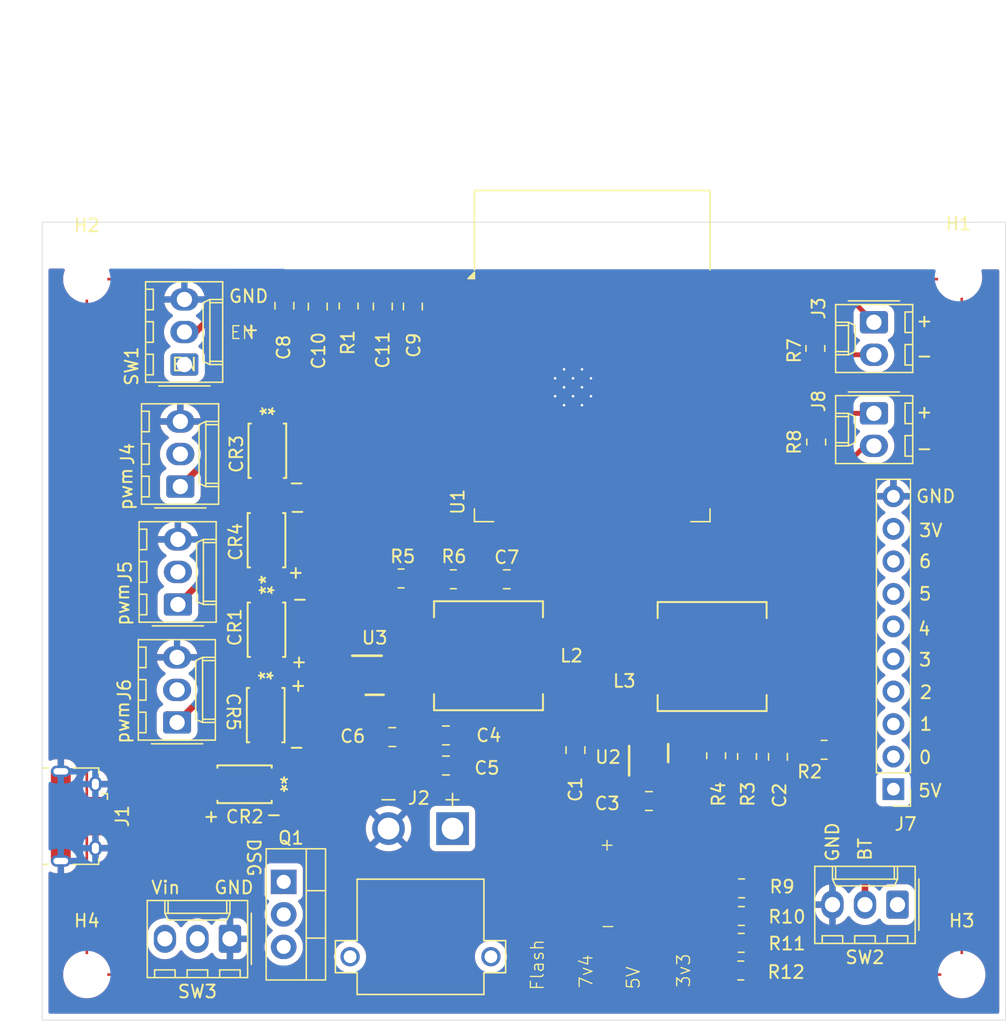
<source format=kicad_pcb>
(kicad_pcb (version 20240108) (generator "pcbnew") (generator_version "8.0")
  (layers (0 "F.Cu" signal) (31 "B.Cu" signal) (34 "B.Paste" user) (35 "F.Paste" user) (36 "B.SilkS" user "B.Silkscreen") (37 "F.SilkS" user "F.Silkscreen") (38 "B.Mask" user) (39 "F.Mask" user) (44 "Edge.Cuts" user))
  (net 0 "")
  (net 1 "+3.3V")
  (net 2 "Net-(3v3LED1-K)")
  (net 3 "+5V")
  (net 4 "Net-(5VLED1-K)")
  (net 5 "+7.5V")
  (net 6 "Net-(7V4LED1-K)")
  (net 7 "GND")
  (net 8 "Net-(U2-SW)")
  (net 9 "Net-(U2-VBST)")
  (net 10 "Net-(U3-VBST)")
  (net 11 "Net-(U3-SW)")
  (net 12 "/5VBuckOut")
  (net 13 "/EN")
  (net 14 "/USB_VDD")
  (net 15 "Net-(FlashLED1-K)")
  (net 16 "/D+")
  (net 17 "/D-")
  (net 18 "/Vin")
  (net 19 "/LED1")
  (net 20 "Net-(J3-Pin_2)")
  (net 21 "/pwm1")
  (net 22 "/pwm2")
  (net 23 "/pwm3")
  (net 24 "/IO0")
  (net 25 "/IO3")
  (net 26 "/IO2")
  (net 27 "/IO6")
  (net 28 "/IO4")
  (net 29 "/IO5")
  (net 30 "/IO1")
  (net 31 "/LED2")
  (net 32 "Net-(J8-Pin_2)")
  (net 33 "Net-(Q1-G)")
  (net 34 "Net-(SW2-B)")
  (net 35 "/Boot")
  (net 36 "Net-(U2-VFB)")
  (net 37 "Net-(U3-VFB)")
  (footprint "Resistor_SMD:R_0805_2012Metric_Pad1.20x1.40mm_HandSolder" (layer "F.Cu") (at 122.4915 32.2625 -90)
    (property "Reference" "R1" (at 2.853 0.0635 90) (layer "F.SilkS"))
    (property "Value" "10k")
    (pad "1" smd roundrect (at -1 0 270) (size 1.2 1.4) (layers "F.Cu" "F.Paste" "F.Mask") (roundrect_rratio 0.208333) (net 1 "+3.3V"))
    (pad "2" smd roundrect (at 1 0 270) (size 1.2 1.4) (layers "F.Cu" "F.Paste" "F.Mask") (roundrect_rratio 0.208333) (net 13 "/EN"))
  )
  (footprint "Resistor_SMD:R_0805_2012Metric_Pad1.20x1.40mm_HandSolder" (layer "F.Cu") (at 159.004 42.8785 90)
    (property "Reference" "R8" (at 0 -1.7145 90) (layer "F.SilkS"))
    (property "Value" "100")
    (pad "1" smd roundrect (at -1 0 90) (size 1.2 1.4) (layers "F.Cu" "F.Paste" "F.Mask") (roundrect_rratio 0.208333) (net 32 "Net-(J8-Pin_2)"))
    (pad "2" smd roundrect (at 1 0 90) (size 1.2 1.4) (layers "F.Cu" "F.Paste" "F.Mask") (roundrect_rratio 0.208333) (net 7 "GND"))
  )
  (footprint "LED_SMD:Gullwing_LED" (layer "F.Cu") (at 140.97 77.594 90)
    (property "Reference" "7v4" (at -6.607 0.0635 90) (layer "F.SilkS") (effects (font (thickness 0.1))))
    (property "Value" "LED")
    (pad "1" smd roundrect (at -1.775 0 90) (size 0.85 0.7) (layers "F.Cu" "F.Paste" "F.Mask") (net 6 "Net-(7V4LED1-K)"))
    (pad "2" smd roundrect (at 1.775 0 90) (size 0.85 0.6) (layers "F.Cu" "F.Paste" "F.Mask") (net 5 "+7.5V"))
  )
  (footprint "Resistor_SMD:R_0805_2012Metric_Pad1.20x1.40mm_HandSolder" (layer "F.Cu") (at 153.162 79.883)
    (property "Reference" "R10" (at 3.556 0.0635 360) (layer "F.SilkS"))
    (property "Value" "140")
    (pad "1" smd roundrect (at -1 0) (size 1.2 1.4) (layers "F.Cu" "F.Paste" "F.Mask") (roundrect_rratio 0.208333) (net 4 "Net-(5VLED1-K)"))
    (pad "2" smd roundrect (at 1 0) (size 1.2 1.4) (layers "F.Cu" "F.Paste" "F.Mask") (roundrect_rratio 0.208333) (net 7 "GND"))
  )
  (footprint "Resistor_SMD:R_0805_2012Metric_Pad1.20x1.40mm_HandSolder" (layer "F.Cu") (at 158.9405 35.576 90)
    (property "Reference" "R7" (at -0.1745 -1.651 90) (layer "F.SilkS"))
    (property "Value" "100")
    (pad "1" smd roundrect (at -1 0 90) (size 1.2 1.4) (layers "F.Cu" "F.Paste" "F.Mask") (roundrect_rratio 0.208333) (net 20 "Net-(J3-Pin_2)"))
    (pad "2" smd roundrect (at 1 0 90) (size 1.2 1.4) (layers "F.Cu" "F.Paste" "F.Mask") (roundrect_rratio 0.208333) (net 7 "GND"))
  )
  (footprint "Connector_Molex:Molex_KK-254_AE-6410-03A_1x03_P2.54mm_Vertical" (layer "F.Cu") (at 109.6645 36.83 90)
    (property "Reference" "SW1" (at -0.127 -4.12 90) (layer "F.SilkS"))
    (property "Value" "Enable Switch" (hide yes))
    (property "Field5" "GND" (at 5.334 5.0165 0) (layer "F.SilkS"))
    (property "Field6" "EN" (at 0 0 0) (layer "F.SilkS"))
    (pad "1" thru_hole roundrect (at 0 0 90) (size 1.74 2.19) (drill 1.19) (layers "*.Cu" "*.Mask") (roundrect_rratio 0.143678))
    (pad "2" thru_hole oval (at 2.54 0 90) (size 1.74 2.19) (drill 1.19) (layers "*.Cu" "*.Mask") (net 13 "/EN"))
    (pad "3" thru_hole oval (at 5.08 0 90) (size 1.74 2.19) (drill 1.19) (layers "*.Cu" "*.Mask") (net 7 "GND"))
  )
  (footprint "Resistor_SMD:R_0805_2012Metric_Pad1.20x1.40mm_HandSolder" (layer "F.Cu") (at 126.587 53.5305)
    (property "Reference" "R5" (at 0.127 -1.7145 0) (layer "F.SilkS"))
    (property "Value" "60k")
    (pad "1" smd roundrect (at -1 0) (size 1.2 1.4) (layers "F.Cu" "F.Paste" "F.Mask") (roundrect_rratio 0.208333) (net 12 "/5VBuckOut"))
    (pad "2" smd roundrect (at 1 0) (size 1.2 1.4) (layers "F.Cu" "F.Paste" "F.Mask") (roundrect_rratio 0.208333) (net 37 "Net-(U3-VFB)"))
  )
  (footprint "MountingHole:MountingHole_3.2mm_M3" (layer "F.Cu") (at 170.1165 30.0355)
    (property "Reference" "H1" (at 0 -4.2 0) (layer "F.SilkS"))
    (property "Value" "MountingHole" (hide yes))
    (pad "" np_thru_hole circle (at 0 0) (size 3.2 3.2) (drill 3.2) (layers "*.Cu" "*.Mask"))
  )
  (footprint "Capacitor_SMD:C_0805_2012Metric_Pad1.18x1.45mm_HandSolder" (layer "F.Cu") (at 125.1585 32.3 90)
    (property "Reference" "C11" (at -3.387 0 90) (layer "F.SilkS"))
    (property "Value" "10uF")
    (pad "1" smd roundrect (at -1.0375 0 90) (size 1.175 1.45) (layers "F.Cu" "F.Paste" "F.Mask") (roundrect_rratio 0.212766) (net 1 "+3.3V"))
    (pad "2" smd roundrect (at 1.0375 0 90) (size 1.175 1.45) (layers "F.Cu" "F.Paste" "F.Mask") (roundrect_rratio 0.212766) (net 7 "GND"))
  )
  (footprint "Connector_Molex:Molex_KK-254_AE-6410-02A_1x02_P2.54mm_Vertical" (layer "F.Cu") (at 163.5125 40.64 -90)
    (property "Reference" "J8" (at -0.9525 4.318 90) (layer "F.SilkS"))
    (property "Value" "LEDIO2" (hide yes))
    (property "+" "+" (at -0.127 -3.937 0) (layer "F.SilkS"))
    (property "_" "-" (at 2.7305 -3.937 0) (layer "F.SilkS"))
    (pad "1" thru_hole roundrect (at 0 0 270) (size 1.74 2.19) (drill 1.19) (layers "*.Cu" "*.Mask") (roundrect_rratio 0.143678) (net 31 "/LED2"))
    (pad "2" thru_hole oval (at 2.54 0 270) (size 1.74 2.19) (drill 1.19) (layers "*.Cu" "*.Mask") (net 32 "Net-(J8-Pin_2)"))
  )
  (footprint "Capacitor_SMD:C_0805_2012Metric_Pad1.18x1.45mm_HandSolder" (layer "F.Cu") (at 130.09 68.1355)
    (property "Reference" "C5" (at 3.1965 0.1905 0) (layer "F.SilkS"))
    (property "Value" "10uF")
    (pad "1" smd roundrect (at -1.0375 0) (size 1.175 1.45) (layers "F.Cu" "F.Paste" "F.Mask") (roundrect_rratio 0.212766) (net 5 "+7.5V"))
    (pad "2" smd roundrect (at 1.0375 0) (size 1.175 1.45) (layers "F.Cu" "F.Paste" "F.Mask") (roundrect_rratio 0.212766) (net 7 "GND"))
  )
  (footprint "Personal:IND_IHLP-3232DZ_VIS" (layer "F.Cu") (at 133.4135 59.563)
    (property "Reference" "L2" (at 6.477 0 0) (layer "F.SilkS"))
    (property "Value" "IHLP3232DZER3R3M01")
    (pad "1" smd rect (at -3.6195 0) (size 2.413 5.334) (layers "F.Cu" "F.Paste" "F.Mask") (net 12 "/5VBuckOut"))
    (pad "2" smd rect (at 3.6195 0) (size 2.413 5.334) (layers "F.Cu" "F.Paste" "F.Mask") (net 11 "Net-(U3-SW)"))
  )
  (footprint "Personal:DDC0006A_N" (layer "F.Cu") (at 145.920501 67.160999 90)
    (property "Reference" "U2" (at -0.3175 -3.175 0) (layer "F.SilkS"))
    (property "Value" "TPS562201DDCR")
    (pad "1" smd rect (at -1.375001 -0.950001 180) (size 0.599999 1) (layers "F.Cu" "F.Paste" "F.Mask") (net 7 "GND"))
    (pad "2" smd rect (at -1.375001 0 180) (size 0.599999 1) (layers "F.Cu" "F.Paste" "F.Mask") (net 8 "Net-(U2-SW)"))
    (pad "3" smd rect (at -1.375001 0.949998 180) (size 0.599999 1) (layers "F.Cu" "F.Paste" "F.Mask") (net 3 "+5V"))
    (pad "4" smd rect (at 1.374999 0.949998 180) (size 0.599999 1) (layers "F.Cu" "F.Paste" "F.Mask") (net 36 "Net-(U2-VFB)"))
    (pad "5" smd rect (at 1.374999 0 180) (size 0.599999 1) (layers "F.Cu" "F.Paste" "F.Mask") (net 3 "+5V"))
    (pad "6" smd rect (at 1.374999 -0.950001 180) (size 0.599999 1) (layers "F.Cu" "F.Paste" "F.Mask") (net 9 "Net-(U2-VBST)"))
  )
  (footprint "Capacitor_SMD:C_0805_2012Metric_Pad1.18x1.45mm_HandSolder" (layer "F.Cu") (at 120.0785 32.3 90)
    (property "Reference" "C10" (at -3.4505 0.0635 90) (layer "F.SilkS"))
    (property "Value" "1uF")
    (pad "1" smd roundrect (at -1.0375 0 90) (size 1.175 1.45) (layers "F.Cu" "F.Paste" "F.Mask") (roundrect_rratio 0.212766) (net 13 "/EN"))
    (pad "2" smd roundrect (at 1.0375 0 90) (size 1.175 1.45) (layers "F.Cu" "F.Paste" "F.Mask") (roundrect_rratio 0.212766) (net 7 "GND"))
  )
  (footprint "Connector_Molex:Molex_KK-254_AE-6410-03A_1x03_P2.54mm_Vertical" (layer "F.Cu") (at 109.093 64.77 90)
    (property "Reference" "J6" (at 2.54 -4.12 90) (layer "F.SilkS"))
    (property "Value" "Servo3")
    (property "Field5" "pwm" (at 0 -4.2545 90) (layer "F.SilkS"))
    (pad "1" thru_hole roundrect (at 0 0 90) (size 1.74 2.19) (drill 1.19) (layers "*.Cu" "*.Mask") (roundrect_rratio 0.143678) (net 23 "/pwm3"))
    (pad "2" thru_hole oval (at 2.54 0 90) (size 1.74 2.19) (drill 1.19) (layers "*.Cu" "*.Mask") (net 3 "+5V"))
    (pad "3" thru_hole oval (at 5.08 0 90) (size 1.74 2.19) (drill 1.19) (layers "*.Cu" "*.Mask") (net 7 "GND"))
  )
  (footprint "LED_SMD:Gullwing_LED" (layer "F.Cu") (at 148.7805 77.6 90)
    (property "Reference" "3v3" (at -6.5375 -0.127 90) (layer "F.SilkS") (effects (font (thickness 0.1))))
    (property "Value" "LED")
    (pad "1" smd roundrect (at -1.775 0 90) (size 0.85 0.7) (layers "F.Cu" "F.Paste" "F.Mask") (net 2 "Net-(3v3LED1-K)"))
    (pad "2" smd roundrect (at 1.775 0 90) (size 0.85 0.6) (layers "F.Cu" "F.Paste" "F.Mask") (net 1 "+3.3V"))
  )
  (footprint "MountingHole:MountingHole_3.2mm_M3" (layer "F.Cu") (at 102.0445 30.1625)
    (property "Reference" "H2" (at 0 -4.2 0) (layer "F.SilkS"))
    (property "Value" "MountingHole" (hide yes))
    (pad "" np_thru_hole circle (at 0 0) (size 3.2 3.2) (drill 3.2) (layers "*.Cu" "*.Mask"))
  )
  (footprint "Connector_Molex:Molex_KK-254_AE-6410-03A_1x03_P2.54mm_Vertical" (layer "F.Cu") (at 109.347 46.355 90)
    (property "Reference" "J4" (at 2.54 -4.12 90) (layer "F.SilkS"))
    (property "Value" "Servo1")
    (property "Field5" "pwm" (at -0.1905 -4.2545 90) (layer "F.SilkS"))
    (pad "1" thru_hole roundrect (at 0 0 90) (size 1.74 2.19) (drill 1.19) (layers "*.Cu" "*.Mask") (roundrect_rratio 0.143678) (net 21 "/pwm1"))
    (pad "2" thru_hole oval (at 2.54 0 90) (size 1.74 2.19) (drill 1.19) (layers "*.Cu" "*.Mask") (net 3 "+5V"))
    (pad "3" thru_hole oval (at 5.08 0 90) (size 1.74 2.19) (drill 1.19) (layers "*.Cu" "*.Mask") (net 7 "GND"))
  )
  (footprint "Capacitor_SMD:C_0805_2012Metric_Pad1.18x1.45mm_HandSolder" (layer "F.Cu") (at 130.09 65.786)
    (property "Reference" "C4" (at 3.344 0 0) (layer "F.SilkS"))
    (property "Value" "100nF")
    (pad "1" smd roundrect (at -1.0375 0) (size 1.175 1.45) (layers "F.Cu" "F.Paste" "F.Mask") (roundrect_rratio 0.212766) (net 5 "+7.5V"))
    (pad "2" smd roundrect (at 1.0375 0) (size 1.175 1.45) (layers "F.Cu" "F.Paste" "F.Mask") (roundrect_rratio 0.212766) (net 7 "GND"))
  )
  (footprint "Resistor_SMD:R_0805_2012Metric_Pad1.20x1.40mm_HandSolder" (layer "F.Cu") (at 153.146 81.9785)
    (property "Reference" "R11" (at 3.572 0.0635 360) (layer "F.SilkS"))
    (property "Value" "260")
    (pad "1" smd roundrect (at -1 0) (size 1.2 1.4) (layers "F.Cu" "F.Paste" "F.Mask") (roundrect_rratio 0.208333) (net 6 "Net-(7V4LED1-K)"))
    (pad "2" smd roundrect (at 1 0) (size 1.2 1.4) (layers "F.Cu" "F.Paste" "F.Mask") (roundrect_rratio 0.208333) (net 7 "GND"))
  )
  (footprint "Connector_Molex:Molex_KK-254_AE-6410-03A_1x03_P2.54mm_Vertical" (layer "F.Cu") (at 113.2205 81.661 180)
    (property "Reference" "SW3" (at 2.54 -4.12 360) (layer "F.SilkS"))
    (property "Value" "On/Off")
    (property "Field5" "Vin" (at 5.0165 4.0005 0) (layer "F.SilkS"))
    (property "Field6" "GND" (at -0.3175 4.0005 0) (layer "F.SilkS"))
    (pad "1" thru_hole roundrect (at 0 0 180) (size 1.74 2.19) (drill 1.19) (layers "*.Cu" "*.Mask") (roundrect_rratio 0.143678) (net 7 "GND"))
    (pad "2" thru_hole oval (at 2.54 0 180) (size 1.74 2.19) (drill 1.19) (layers "*.Cu" "*.Mask") (net 33 "Net-(Q1-G)"))
    (pad "3" thru_hole oval (at 5.08 0 180) (size 1.74 2.19) (drill 1.19) (layers "*.Cu" "*.Mask") (net 18 "/Vin"))
  )
  (footprint "Personal:SDO_CFP5_SOD128_NEX" (layer "F.Cu") (at 116.078 50.546 90)
    (property "Reference" "CR4" (at -0.127 -2.413 90) (layer "F.SilkS"))
    (property "Value" "Flyback2")
    (property "Field5" "+" (at -2.4765 2.286 0) (layer "F.SilkS"))
    (property "Field6" "-" (at 2.286 2.413 0) (layer "F.SilkS"))
    (fp_text user "*" (at -3.0861 0 90) (layer "F.SilkS"))
    (fp_text user "*" (at -3.0861 0 90) (layer "F.SilkS"))
    (pad "1" smd rect (at -2.2987 0 90) (size 0.8128 1.905) (layers "F.Cu" "F.Paste" "F.Mask") (net 3 "+5V"))
    (pad "2" smd rect (at 2.2987 0 90) (size 0.8128 1.905) (layers "F.Cu" "F.Paste" "F.Mask") (net 7 "GND"))
    (zone (net 0) (net_name "") (layer "F.Cu") (connect_pads (clearance 0)) (min_thickness 0.254)
      (keepout (tracks not_allowed) (vias not_allowed) (pads allowed) (copperpour not_allowed) (footprints allowed))
      (fill (thermal_gap 0.508) (thermal_bridge_width 0.508))
      (polygon (pts (xy 114.7826 52.3875) (xy 114.7826 48.7045) (xy 117.3734 48.7045) (xy 117.3734 52.3875)))
    )
  )
  (footprint "Connector_Molex:Molex_KK-254_AE-6410-02A_1x02_P2.54mm_Vertical" (layer "F.Cu") (at 163.5125 33.528 -90)
    (property "Reference" "J3" (at -1.0795 4.318 90) (layer "F.SilkS"))
    (property "Value" "LEDIO1")
    (property "-" "-" (at 2.6035 -3.937 0) (layer "F.SilkS"))
    (property "+" "+" (at -0.127 -3.937 0) (layer "F.SilkS"))
    (pad "1" thru_hole roundrect (at 0 0 270) (size 1.74 2.19) (drill 1.19) (layers "*.Cu" "*.Mask") (roundrect_rratio 0.143678) (net 19 "/LED1"))
    (pad "2" thru_hole oval (at 2.54 0 270) (size 1.74 2.19) (drill 1.19) (layers "*.Cu" "*.Mask") (net 20 "Net-(J3-Pin_2)"))
  )
  (footprint "Capacitor_SMD:C_0805_2012Metric_Pad1.18x1.45mm_HandSolder" (layer "F.Cu") (at 145.942001 70.907499 180)
    (property "Reference" "C3" (at 3.26 -0.1905 360) (layer "F.SilkS"))
    (property "Value" "100nF")
    (pad "1" smd roundrect (at -1.0375 0 180) (size 1.175 1.45) (layers "F.Cu" "F.Paste" "F.Mask") (roundrect_rratio 0.212766) (net 8 "Net-(U2-SW)"))
    (pad "2" smd roundrect (at 1.0375 0 180) (size 1.175 1.45) (layers "F.Cu" "F.Paste" "F.Mask") (roundrect_rratio 0.212766) (net 9 "Net-(U2-VBST)"))
  )
  (footprint "Resistor_SMD:R_0805_2012Metric_Pad1.20x1.40mm_HandSolder" (layer "F.Cu") (at 151.191001 67.367499 -90)
    (property "Reference" "R4" (at 3.0005 -0.1905 90) (layer "F.SilkS"))
    (property "Value" "10k")
    (pad "1" smd roundrect (at -1 0 270) (size 1.2 1.4) (layers "F.Cu" "F.Paste" "F.Mask") (roundrect_rratio 0.208333) (net 36 "Net-(U2-VFB)"))
    (pad "2" smd roundrect (at 1 0 270) (size 1.2 1.4) (layers "F.Cu" "F.Paste" "F.Mask") (roundrect_rratio 0.208333) (net 7 "GND"))
  )
  (footprint "Connector_PinHeader_2.54mm:PinHeader_1x10_P2.54mm_Vertical" (layer "F.Cu") (at 165.0365 69.977 180)
    (property "Reference" "J7" (at -0.9525 -2.7305 360) (layer "F.SilkS"))
    (property "Value" "Extra GPIO")
    (property "5V" "5V" (at -2.8575 -0.127 0) (layer "F.SilkS"))
    (property "Field6" "3V" (at -2.921 20.193 0) (layer "F.SilkS"))
    (property "Field7" "GND" (at -3.302 22.86 0) (layer "F.SilkS"))
    (property "Field8" "0" (at -2.4765 2.4765 0) (layer "F.SilkS"))
    (property "Field9" "1" (at -2.54 5.08 0) (layer "F.SilkS"))
    (property "Field10" "2" (at -2.54 7.5565 0) (layer "F.SilkS"))
    (property "Field11" "3" (at -2.4765 10.0965 0) (layer "F.SilkS"))
    (property "Field12" "4" (at -2.413 12.5095 0) (layer "F.SilkS"))
    (property "Field13" "5" (at -2.4765 15.24 0) (layer "F.SilkS"))
    (property "Field14" "6" (at -2.4765 17.78 0) (layer "F.SilkS"))
    (pad "1" thru_hole rect (at 0 0 180) (size 1.7 1.7) (drill 1) (layers "*.Cu" "*.Mask") (net 3 "+5V"))
    (pad "2" thru_hole oval (at 0 2.54 180) (size 1.7 1.7) (drill 1) (layers "*.Cu" "*.Mask") (net 24 "/IO0"))
    (pad "3" thru_hole oval (at 0 5.08 180) (size 1.7 1.7) (drill 1) (layers "*.Cu" "*.Mask") (net 30 "/IO1"))
    (pad "4" thru_hole oval (at 0 7.62 180) (size 1.7 1.7) (drill 1) (layers "*.Cu" "*.Mask") (net 26 "/IO2"))
    (pad "5" thru_hole oval (at 0 10.16 180) (size 1.7 1.7) (drill 1) (layers "*.Cu" "*.Mask") (net 25 "/IO3"))
    (pad "6" thru_hole oval (at 0 12.7 180) (size 1.7 1.7) (drill 1) (layers "*.Cu" "*.Mask") (net 28 "/IO4"))
    (pad "7" thru_hole oval (at 0 15.24 180) (size 1.7 1.7) (drill 1) (layers "*.Cu" "*.Mask") (net 29 "/IO5"))
    (pad "8" thru_hole oval (at 0 17.78 180) (size 1.7 1.7) (drill 1) (layers "*.Cu" "*.Mask") (net 27 "/IO6"))
    (pad "9" thru_hole oval (at 0 20.32 180) (size 1.7 1.7) (drill 1) (layers "*.Cu" "*.Mask") (net 1 "+3.3V"))
    (pad "10" thru_hole oval (at 0 22.86 180) (size 1.7 1.7) (drill 1) (layers "*.Cu" "*.Mask") (net 7 "GND"))
  )
  (footprint "Personal:DDC0006A_N" (layer "F.Cu") (at 124.5235 61.087)
    (property "Reference" "U3" (at 0 -2.921 0) (layer "F.SilkS"))
    (property "Value" "TPS565201DDCR")
    (pad "1" smd rect (at -1.375001 -0.950001 90) (size 0.599999 1) (layers "F.Cu" "F.Paste" "F.Mask") (net 7 "GND"))
    (pad "2" smd rect (at -1.375001 0 90) (size 0.599999 1) (layers "F.Cu" "F.Paste" "F.Mask") (net 11 "Net-(U3-SW)"))
    (pad "3" smd rect (at -1.375001 0.949998 90) (size 0.599999 1) (layers "F.Cu" "F.Paste" "F.Mask") (net 5 "+7.5V"))
    (pad "4" smd rect (at 1.374999 0.949998 90) (size 0.599999 1) (layers "F.Cu" "F.Paste" "F.Mask") (net 37 "Net-(U3-VFB)"))
    (pad "5" smd rect (at 1.374999 0 90) (size 0.599999 1) (layers "F.Cu" "F.Paste" "F.Mask") (net 5 "+7.5V"))
    (pad "6" smd rect (at 1.374999 -0.950001 90) (size 0.599999 1) (layers "F.Cu" "F.Paste" "F.Mask") (net 10 "Net-(U3-VBST)"))
  )
  (footprint "Personal:SDO_CFP5_SOD128_NEX" (layer "F.Cu") (at 114.3635 69.596 180)
    (property "Reference" "CR2" (at -0.0127 -2.54 0) (layer "F.SilkS"))
    (property "Value" "PMEG3050EP_115")
    (property "Field5" "+" (at 2.6035 -2.4765 0) (layer "F.SilkS"))
    (property "Field6" "-" (at -2.286 -2.3495 0) (layer "F.SilkS"))
    (fp_text user "*" (at -3.0861 0 180) (layer "F.SilkS"))
    (fp_text user "*" (at -3.0861 0 360) (layer "F.SilkS"))
    (pad "1" smd rect (at -2.2987 0 180) (size 0.8128 1.905) (layers "F.Cu" "F.Paste" "F.Mask") (net 3 "+5V"))
    (pad "2" smd rect (at 2.2987 0 180) (size 0.8128 1.905) (layers "F.Cu" "F.Paste" "F.Mask") (net 14 "/USB_VDD"))
    (zone (net 0) (net_name "") (layer "F.Cu") (connect_pads (clearance 0)) (min_thickness 0.254)
      (keepout (tracks not_allowed) (vias not_allowed) (pads allowed) (copperpour not_allowed) (footprints allowed))
      (fill (thermal_gap 0.508) (thermal_bridge_width 0.508))
      (polygon (pts (xy 116.205 70.8914) (xy 112.522 70.8914) (xy 112.522 68.3006) (xy 116.205 68.3006)))
    )
  )
  (footprint "LED_SMD:Gullwing_LED" (layer "F.Cu") (at 144.653 77.6575 90)
    (property "Reference" "5V" (at -7.0515 0.0635 90) (layer "F.SilkS") (effects (font (thickness 0.1))))
    (property "Value" "LED")
    (pad "1" smd roundrect (at -1.775 0 90) (size 0.85 0.7) (layers "F.Cu" "F.Paste" "F.Mask") (net 4 "Net-(5VLED1-K)"))
    (pad "2" smd roundrect (at 1.775 0 90) (size 0.85 0.6) (layers "F.Cu" "F.Paste" "F.Mask") (net 3 "+5V"))
  )
  (footprint "Capacitor_SMD:C_0805_2012Metric_Pad1.18x1.45mm_HandSolder" (layer "F.Cu") (at 156.017001 67.456999 -90)
    (property "Reference" "C2" (at 3.006 -0.127 90) (layer "F.SilkS"))
    (property "Value" "22uF")
    (pad "1" smd roundrect (at -1.0375 0 270) (size 1.175 1.45) (layers "F.Cu" "F.Paste" "F.Mask") (roundrect_rratio 0.212766) (net 1 "+3.3V"))
    (pad "2" smd roundrect (at 1.0375 0 270) (size 1.175 1.45) (layers "F.Cu" "F.Paste" "F.Mask") (roundrect_rratio 0.212766) (net 7 "GND"))
  )
  (footprint "Capacitor_SMD:C_0805_2012Metric_Pad1.18x1.45mm_HandSolder" (layer "F.Cu") (at 140.205501 66.928499 90)
    (property "Reference" "C1" (at -3.0695 0 90) (layer "F.SilkS"))
    (property "Value" "10uF")
    (pad "1" smd roundrect (at -1.0375 0 90) (size 1.175 1.45) (layers "F.Cu" "F.Paste" "F.Mask") (roundrect_rratio 0.212766) (net 3 "+5V"))
    (pad "2" smd roundrect (at 1.0375 0 90) (size 1.175 1.45) (layers "F.Cu" "F.Paste" "F.Mask") (roundrect_rratio 0.212766) (net 7 "GND"))
  )
  (footprint "MountingHole:MountingHole_3.2mm_M3" (layer "F.Cu") (at 170.3705 84.455)
    (property "Reference" "H3" (at 0 -4.2 0) (layer "F.SilkS"))
    (property "Value" "MountingHole" (hide yes))
    (pad "" np_thru_hole circle (at 0 0) (size 3.2 3.2) (drill 3.2) (layers "*.Cu" "*.Mask"))
  )
  (footprint "Personal:IND_IHLP-3232DZ_VIS" (layer "F.Cu") (at 150.876 59.6265 180)
    (property "Reference" "L3" (at 6.858 -1.905 0) (layer "F.SilkS"))
    (property "Value" "IHLP3232DZER3R3M01")
    (pad "1" smd rect (at -3.6195 0 180) (size 2.413 5.334) (layers "F.Cu" "F.Paste" "F.Mask") (net 1 "+3.3V"))
    (pad "2" smd rect (at 3.6195 0 180) (size 2.413 5.334) (layers "F.Cu" "F.Paste" "F.Mask") (net 9 "Net-(U2-VBST)"))
  )
  (footprint "Connector_Molex:Molex_KK-254_AE-6410-03A_1x03_P2.54mm_Vertical" (layer "F.Cu") (at 109.1565 55.5625 90)
    (property "Reference" "J5" (at 2.54 -4.12 90) (layer "F.SilkS"))
    (property "Value" "Servo2")
    (property "Field5" "pwm" (at 0 -4.318 90) (layer "F.SilkS"))
    (pad "1" thru_hole roundrect (at 0 0 90) (size 1.74 2.19) (drill 1.19) (layers "*.Cu" "*.Mask") (roundrect_rratio 0.143678) (net 22 "/pwm2"))
    (pad "2" thru_hole oval (at 2.54 0 90) (size 1.74 2.19) (drill 1.19) (layers "*.Cu" "*.Mask") (net 3 "+5V"))
    (pad "3" thru_hole oval (at 5.08 0 90) (size 1.74 2.19) (drill 1.19) (layers "*.Cu" "*.Mask") (net 7 "GND"))
  )
  (footprint "Personal:SDO_CFP5_SOD128_NEX" (layer "F.Cu") (at 116.1415 43.561 -90)
    (property "Reference" "CR3" (at 0.254 2.413 90) (layer "F.SilkS"))
    (property "Value" "Flyback1")
    (property "Field5" "+" (at -9.483 1.27 0) (layer "F.SilkS"))
    (property "Field6" "-" (at 2.4765 -2.286 0) (layer "F.SilkS"))
    (fp_text user "*" (at -3.0861 0 -90) (layer "F.SilkS"))
    (fp_text user "*" (at -3.0861 0 90) (layer "F.SilkS"))
    (pad "1" smd rect (at -2.2987 0 270) (size 0.8128 1.905) (layers "F.Cu" "F.Paste" "F.Mask") (net 3 "+5V"))
    (pad "2" smd rect (at 2.2987 0 270) (size 0.8128 1.905) (layers "F.Cu" "F.Paste" "F.Mask") (net 7 "GND"))
    (zone (net 0) (net_name "") (layer "F.Cu") (connect_pads (clearance 0)) (min_thickness 0.254)
      (keepout (tracks not_allowed) (vias not_allowed) (pads allowed) (copperpour not_allowed) (footprints allowed))
      (fill (thermal_gap 0.508) (thermal_bridge_width 0.508))
      (polygon (pts (xy 117.4369 41.7195) (xy 117.4369 45.4025) (xy 114.8461 45.4025) (xy 114.8461 41.7195)))
    )
  )
  (footprint "Package_TO_SOT_THT:TO-220-3_Vertical" (layer "F.Cu") (at 117.419 77.216 -90)
    (property "Reference" "Q1" (at -3.429 -0.5715 360) (layer "F.SilkS"))
    (property "Value" "PMOS")
    (property "Field8" "DSG" (at -1.905 2.3495 -90) (layer "F.SilkS"))
    (pad "1" thru_hole rect (at 0 0 270) (size 1.905 2) (drill 1.1) (layers "*.Cu" "*.Mask") (net 5 "+7.5V"))
    (pad "2" thru_hole oval (at 2.54 0 270) (size 1.905 2) (drill 1.1) (layers "*.Cu" "*.Mask") (net 33 "Net-(Q1-G)"))
    (pad "3" thru_hole oval (at 5.08 0 270) (size 1.905 2) (drill 1.1) (layers "*.Cu" "*.Mask") (net 18 "/Vin"))
  )
  (footprint "Resistor_SMD:R_0805_2012Metric_Pad1.20x1.40mm_HandSolder" (layer "F.Cu") (at 130.667 53.594)
    (property "Reference" "R6" (at 0.0475 -1.778 360) (layer "F.SilkS"))
    (property "Value" "10k")
    (pad "1" smd roundrect (at -1 0) (size 1.2 1.4) (layers "F.Cu" "F.Paste" "F.Mask") (roundrect_rratio 0.208333) (net 37 "Net-(U3-VFB)"))
    (pad "2" smd roundrect (at 1 0) (size 1.2 1.4) (layers "F.Cu" "F.Paste" "F.Mask") (roundrect_rratio 0.208333) (net 7 "GND"))
  )
  (footprint "Resistor_SMD:R_0805_2012Metric_Pad1.20x1.40mm_HandSolder" (layer "F.Cu") (at 153.1145 84.1375)
    (property "Reference" "R12" (at 3.54 0.127 360) (layer "F.SilkS"))
    (property "Value" "100")
    (pad "1" smd roundrect (at -1 0) (size 1.2 1.4) (layers "F.Cu" "F.Paste" "F.Mask") (roundrect_rratio 0.208333) (net 15 "Net-(FlashLED1-K)"))
    (pad "2" smd roundrect (at 1 0) (size 1.2 1.4) (layers "F.Cu" "F.Paste" "F.Mask") (roundrect_rratio 0.208333) (net 7 "GND"))
  )
  (footprint "Capacitor_SMD:C_0805_2012Metric_Pad1.18x1.45mm_HandSolder" (layer "F.Cu") (at 117.475 32.2365 90)
    (property "Reference" "C8" (at -3.26 -0.0635 90) (layer "F.SilkS"))
    (property "Value" "100nF")
    (pad "1" smd roundrect (at -1.0375 0 90) (size 1.175 1.45) (layers "F.Cu" "F.Paste" "F.Mask") (roundrect_rratio 0.212766) (net 13 "/EN"))
    (pad "2" smd roundrect (at 1.0375 0 90) (size 1.175 1.45) (layers "F.Cu" "F.Paste" "F.Mask") (roundrect_rratio 0.212766) (net 7 "GND"))
  )
  (footprint "Personal:AMASS_XT30PW-M" (layer "F.Cu") (at 128.104 83.058 180)
    (property "Reference" "J2" (at 0.127 12.3825 360) (layer "F.SilkS"))
    (property "Value" "XT30PW-M")
    (pad "N" thru_hole circle (at 2.5 10 180) (size 2.55 2.55) (drill 1.7) (layers "*.Cu" "*.Mask") (net 7 "GND"))
    (pad "P" thru_hole rect (at -2.5 10 180) (size 2.55 2.55) (drill 1.7) (layers "*.Cu" "*.Mask") (net 18 "/Vin"))
    (pad "S1" thru_hole circle (at 5.5 0 180) (size 1.508 1.508) (drill 1) (layers "*.Cu" "*.Mask"))
    (pad "S2" thru_hole circle (at -5.5 0 180) (size 1.508 1.508) (drill 1) (layers "*.Cu" "*.Mask"))
  )
  (footprint "Personal:SDO_CFP5_SOD128_NEX" (layer "F.Cu") (at 116.078 57.531 -90)
    (property "Reference" "CR1" (at -0.1905 2.4765 90) (layer "F.SilkS"))
    (property "Value" "PMEG3050EP_115")
    (property "Field5" "+" (at 2.4765 -2.54 0) (layer "F.SilkS"))
    (property "Field6" "-" (at -2.413 -2.6035 0) (layer "F.SilkS"))
    (fp_text user "*" (at -3.0861 0 -90) (layer "F.SilkS"))
    (fp_text user "*" (at -3.0861 0 90) (layer "F.SilkS"))
    (pad "1" smd rect (at -2.2987 0 270) (size 0.8128 1.905) (layers "F.Cu" "F.Paste" "F.Mask") (net 3 "+5V"))
    (pad "2" smd rect (at 2.2987 0 270) (size 0.8128 1.905) (layers "F.Cu" "F.Paste" "F.Mask") (net 12 "/5VBuckOut"))
    (zone (net 0) (net_name "") (layer "F.Cu") (connect_pads (clearance 0)) (min_thickness 0.254)
      (keepout (tracks not_allowed) (vias not_allowed) (pads allowed) (copperpour not_allowed) (footprints allowed))
      (fill (thermal_gap 0.508) (thermal_bridge_width 0.508))
      (polygon (pts (xy 117.3734 55.6895) (xy 117.3734 59.3725) (xy 114.7826 59.3725) (xy 114.7826 55.6895)))
    )
  )
  (footprint "MountingHole:MountingHole_3.2mm_M3" (layer "F.Cu") (at 102.0445 84.455)
    (property "Reference" "H4" (at 0 -4.2 0) (layer "F.SilkS"))
    (property "Value" "MountingHole" (hide yes))
    (pad "" np_thru_hole circle (at 0 0) (size 3.2 3.2) (drill 3.2) (layers "*.Cu" "*.Mask"))
  )
  (footprint "Connector_Molex:Molex_KK-254_AE-6410-03A_1x03_P2.54mm_Vertical" (layer "F.Cu") (at 165.354 78.994 180)
    (property "Reference" "SW2" (at 2.54 -4.12 360) (layer "F.SilkS"))
    (property "Value" "Boot Switch" (hide yes))
    (property "Field5" "GND" (at 5.08 4.8895 90) (layer "F.SilkS"))
    (property "Field6" "BT" (at 2.54 4.318 90) (layer "F.SilkS"))
    (pad "1" thru_hole roundrect (at 0 0 180) (size 1.74 2.19) (drill 1.19) (layers "*.Cu" "*.Mask") (roundrect_rratio 0.143678))
    (pad "2" thru_hole oval (at 2.54 0 180) (size 1.74 2.19) (drill 1.19) (layers "*.Cu" "*.Mask") (net 34 "Net-(SW2-B)"))
    (pad "3" thru_hole oval (at 5.08 0 180) (size 1.74 2.19) (drill 1.19) (layers "*.Cu" "*.Mask") (net 7 "GND"))
  )
  (footprint "Connector_USB:USB_Micro-B_Amphenol_10118194-0001LF_Horizontal" (layer "F.Cu") (at 101.3125 72.0885 -90)
    (property "Reference" "J1" (at 0 -3.5 90) (layer "F.SilkS"))
    (property "Value" "MicroUSB")
    (pad "1" smd roundrect (at -1.3 -1.4 270) (size 0.4 1.35) (layers "F.Cu" "F.Paste" "F.Mask") (net 14 "/USB_VDD"))
    (pad "2" smd roundrect (at -0.65 -1.4 270) (size 0.4 1.35) (layers "F.Cu" "F.Paste" "F.Mask") (net 17 "/D-"))
    (pad "3" smd roundrect (at 0 -1.4 270) (size 0.4 1.35) (layers "F.Cu" "F.Paste" "F.Mask") (net 16 "/D+"))
    (pad "4" smd roundrect (at 0.65 -1.4 270) (size 0.4 1.35) (layers "F.Cu" "F.Paste" "F.Mask") (net 7 "GND"))
    (pad "5" smd roundrect (at 1.3 -1.4 270) (size 0.4 1.35) (layers "F.Cu" "F.Paste" "F.Mask") (net 7 "GND"))
    (pad "6" thru_hole oval (at -3.5 1.3 270) (size 0.89 1.55) (drill oval 0.5 1.15) (property pad_prop_heatsink) (layers "*.Cu" "*.Mask") (net 7 "GND"))
    (pad "6" smd roundrect (at -3.025 1.3 270) (size 1.45 1.55) (layers "F.Cu" "F.Paste" "F.Mask") (roundrect_rratio 0.1724137931) (net 7 "GND"))
    (pad "6" thru_hole oval (at -2.5 -1.4 270) (size 1.25 0.95) (drill oval 0.85 0.55) (property pad_prop_heatsink) (layers "*.Cu" "*.Mask") (net 7 "GND"))
    (pad "6" smd roundrect (at -1 1.3 270) (size 1.5 1.55) (layers "F.Cu" "F.Paste" "F.Mask") (roundrect_rratio 0.1666666667) (net 7 "GND"))
    (pad "6" smd roundrect (at 1 1.3 270) (size 1.5 1.55) (layers "F.Cu" "F.Paste" "F.Mask") (roundrect_rratio 0.1666666667) (net 7 "GND"))
    (pad "6" thru_hole oval (at 2.5 -1.4 270) (size 1.25 0.95) (drill oval 0.85 0.55) (property pad_prop_heatsink) (layers "*.Cu" "*.Mask") (net 7 "GND"))
    (pad "6" smd roundrect (at 3.025 1.3 270) (size 1.45 1.55) (layers "F.Cu" "F.Paste" "F.Mask") (roundrect_rratio 0.1724137931) (net 7 "GND"))
    (pad "6" thru_hole oval (at 3.5 1.3 270) (size 0.89 1.55) (drill oval 0.5 1.15) (property pad_prop_heatsink) (layers "*.Cu" "*.Mask") (net 7 "GND"))
  )
  (footprint "Resistor_SMD:R_0805_2012Metric_Pad1.20x1.40mm_HandSolder" (layer "F.Cu") (at 153.178 77.724)
    (property "Reference" "R9" (at 3.159 -0.127 360) (layer "F.SilkS"))
    (property "Value" "60")
    (pad "1" smd roundrect (at -1 0) (size 1.2 1.4) (layers "F.Cu" "F.Paste" "F.Mask") (roundrect_rratio 0.208333) (net 2 "Net-(3v3LED1-K)"))
    (pad "2" smd roundrect (at 1 0) (size 1.2 1.4) (layers "F.Cu" "F.Paste" "F.Mask") (roundrect_rratio 0.208333) (net 7 "GND"))
  )
  (footprint "Capacitor_SMD:C_0805_2012Metric_Pad1.18x1.45mm_HandSolder" (layer "F.Cu") (at 125.899 65.913)
    (property "Reference" "C6" (at -3.09 -0.0635 0) (layer "F.SilkS"))
    (property "Value" "100nF")
    (pad "1" smd roundrect (at -1.0375 0) (size 1.175 1.45) (layers "F.Cu" "F.Paste" "F.Mask") (roundrect_rratio 0.212766) (net 11 "Net-(U3-SW)"))
    (pad "2" smd roundrect (at 1.0375 0) (size 1.175 1.45) (layers "F.Cu" "F.Paste" "F.Mask") (roundrect_rratio 0.212766) (net 10 "Net-(U3-VBST)"))
  )
  (footprint "Capacitor_SMD:C_0805_2012Metric_Pad1.18x1.45mm_HandSolder" (layer "F.Cu") (at 127.508 32.3 90)
    (property "Reference" "C9" (at -3.0265 0.0635 90) (layer "F.SilkS"))
    (property "Value" "100nF")
    (pad "1" smd roundrect (at -1.0375 0 90) (size 1.175 1.45) (layers "F.Cu" "F.Paste" "F.Mask") (roundrect_rratio 0.212766) (net 1 "+3.3V"))
    (pad "2" smd roundrect (at 1.0375 0 90) (size 1.175 1.45) (layers "F.Cu" "F.Paste" "F.Mask") (roundrect_rratio 0.212766) (net 7 "GND"))
  )
  (footprint "Personal:SDO_CFP5_SOD128_NEX" (layer "F.Cu") (at 116.0145 64.1985 -90)
    (property "Reference" "CR5" (at -0.254 2.54 -90) (layer "F.SilkS"))
    (property "Value" "Flyback3")
    (property "Field5" "-" (at 2.4765 -2.413 0) (layer "F.SilkS"))
    (property "Field6" "+" (at -2.3495 -2.54 0) (layer "F.SilkS"))
    (fp_text user "*" (at -3.0861 0 -90) (layer "F.SilkS"))
    (fp_text user "*" (at -3.0861 0 90) (layer "F.SilkS"))
    (pad "1" smd rect (at -2.2987 0 270) (size 0.8128 1.905) (layers "F.Cu" "F.Paste" "F.Mask") (net 3 "+5V"))
    (pad "2" smd rect (at 2.2987 0 270) (size 0.8128 1.905) (layers "F.Cu" "F.Paste" "F.Mask") (net 7 "GND"))
    (zone (net 0) (net_name "") (layer "F.Cu") (connect_pads (clearance 0)) (min_thickness 0.254)
      (keepout (tracks not_allowed) (vias not_allowed) (pads allowed) (copperpour not_allowed) (footprints allowed))
      (fill (thermal_gap 0.508) (thermal_bridge_width 0.508))
      (polygon (pts (xy 117.3099 62.357) (xy 117.3099 66.04) (xy 114.7191 66.04) (xy 114.7191 62.357)))
    )
  )
  (footprint "Resistor_SMD:R_0805_2012Metric_Pad1.20x1.40mm_HandSolder" (layer "F.Cu") (at 159.620501 66.906999 180)
    (property "Reference" "R2" (at 1.127 -1.7145 360) (layer "F.SilkS"))
    (property "Value" "100k")
    (pad "1" smd roundrect (at -1 0 180) (size 1.2 1.4) (layers "F.Cu" "F.Paste" "F.Mask") (roundrect_rratio 0.208333) (net 34 "Net-(SW2-B)"))
    (pad "2" smd roundrect (at 1 0 180) (size 1.2 1.4) (layers "F.Cu" "F.Paste" "F.Mask") (roundrect_rratio 0.208333) (net 35 "/Boot"))
  )
  (footprint "RF_Module:ESP32-S3-WROOM-1" (layer "F.Cu") (at 141.5145 36.145)
    (property "Reference" "U1" (at -10.5 11.4 90) (layer "F.SilkS"))
    (property "Value" "ESP32-S3-WROOM-1")
    (pad "1" smd rect (at -8.75 -5.26) (size 1.5 0.9) (layers "F.Cu" "F.Paste" "F.Mask") (net 7 "GND"))
    (pad "2" smd rect (at -8.75 -3.99) (size 1.5 0.9) (layers "F.Cu" "F.Paste" "F.Mask") (net 1 "+3.3V"))
    (pad "3" smd rect (at -8.75 -2.72) (size 1.5 0.9) (layers "F.Cu" "F.Paste" "F.Mask") (net 13 "/EN"))
    (pad "4" smd rect (at -8.75 -1.45) (size 1.5 0.9) (layers "F.Cu" "F.Paste" "F.Mask") (net 21 "/pwm1"))
    (pad "5" smd rect (at -8.75 -0.18) (size 1.5 0.9) (layers "F.Cu" "F.Paste" "F.Mask") (net 22 "/pwm2"))
    (pad "6" smd rect (at -8.75 1.09) (size 1.5 0.9) (layers "F.Cu" "F.Paste" "F.Mask") (net 23 "/pwm3"))
    (pad "7" smd rect (at -8.75 2.36) (size 1.5 0.9) (layers "F.Cu" "F.Paste" "F.Mask"))
    (pad "8" smd rect (at -8.75 3.63) (size 1.5 0.9) (layers "F.Cu" "F.Paste" "F.Mask"))
    (pad "9" smd rect (at -8.75 4.9) (size 1.5 0.9) (layers "F.Cu" "F.Paste" "F.Mask"))
    (pad "10" smd rect (at -8.75 6.17) (size 1.5 0.9) (layers "F.Cu" "F.Paste" "F.Mask"))
    (pad "11" smd rect (at -8.75 7.44) (size 1.5 0.9) (layers "F.Cu" "F.Paste" "F.Mask"))
    (pad "12" smd rect (at -8.75 8.71) (size 1.5 0.9) (layers "F.Cu" "F.Paste" "F.Mask"))
    (pad "13" smd rect (at -8.75 9.98) (size 1.5 0.9) (layers "F.Cu" "F.Paste" "F.Mask") (net 17 "/D-"))
    (pad "14" smd rect (at -8.75 11.25 180) (size 1.5 0.9) (layers "F.Cu" "F.Paste" "F.Mask") (net 16 "/D+"))
    (pad "15" smd rect (at -6.985 12.5 270) (size 1.5 0.9) (layers "F.Cu" "F.Paste" "F.Mask"))
    (pad "16" smd rect (at -5.715 12.5 270) (size 1.5 0.9) (layers "F.Cu" "F.Paste" "F.Mask"))
    (pad "17" smd rect (at -4.445 12.5 270) (size 1.5 0.9) (layers "F.Cu" "F.Paste" "F.Mask"))
    (pad "18" smd rect (at -3.175 12.5 270) (size 1.5 0.9) (layers "F.Cu" "F.Paste" "F.Mask"))
    (pad "19" smd rect (at -1.905 12.5 270) (size 1.5 0.9) (layers "F.Cu" "F.Paste" "F.Mask"))
    (pad "20" smd rect (at -0.635 12.5 270) (size 1.5 0.9) (layers "F.Cu" "F.Paste" "F.Mask"))
    (pad "21" smd rect (at 0.635 12.5 270) (size 1.5 0.9) (layers "F.Cu" "F.Paste" "F.Mask"))
    (pad "22" smd rect (at 1.905 12.5 270) (size 1.5 0.9) (layers "F.Cu" "F.Paste" "F.Mask"))
    (pad "23" smd rect (at 3.175 12.5 270) (size 1.5 0.9) (layers "F.Cu" "F.Paste" "F.Mask"))
    (pad "24" smd rect (at 4.445 12.5 270) (size 1.5 0.9) (layers "F.Cu" "F.Paste" "F.Mask"))
    (pad "25" smd rect (at 5.715 12.5 270) (size 1.5 0.9) (layers "F.Cu" "F.Paste" "F.Mask"))
    (pad "26" smd rect (at 6.985 12.5 270) (size 1.5 0.9) (layers "F.Cu" "F.Paste" "F.Mask"))
    (pad "27" smd rect (at 8.75 11.25) (size 1.5 0.9) (layers "F.Cu" "F.Paste" "F.Mask") (net 35 "/Boot"))
    (pad "28" smd rect (at 8.75 9.98) (size 1.5 0.9) (layers "F.Cu" "F.Paste" "F.Mask"))
    (pad "29" smd rect (at 8.75 8.71) (size 1.5 0.9) (layers "F.Cu" "F.Paste" "F.Mask") (net 24 "/IO0"))
    (pad "30" smd rect (at 8.75 7.44) (size 1.5 0.9) (layers "F.Cu" "F.Paste" "F.Mask") (net 30 "/IO1"))
    (pad "31" smd rect (at 8.75 6.17) (size 1.5 0.9) (layers "F.Cu" "F.Paste" "F.Mask") (net 26 "/IO2"))
    (pad "32" smd rect (at 8.75 4.9) (size 1.5 0.9) (layers "F.Cu" "F.Paste" "F.Mask") (net 25 "/IO3"))
    (pad "33" smd rect (at 8.75 3.63) (size 1.5 0.9) (layers "F.Cu" "F.Paste" "F.Mask") (net 28 "/IO4"))
    (pad "34" smd rect (at 8.75 2.36) (size 1.5 0.9) (layers "F.Cu" "F.Paste" "F.Mask") (net 29 "/IO5"))
    (pad "35" smd rect (at 8.75 1.09) (size 1.5 0.9) (layers "F.Cu" "F.Paste" "F.Mask") (net 27 "/IO6"))
    (pad "36" smd rect (at 8.75 -0.18) (size 1.5 0.9) (layers "F.Cu" "F.Paste" "F.Mask"))
    (pad "37" smd rect (at 8.75 -1.45) (size 1.5 0.9) (layers "F.Cu" "F.Paste" "F.Mask"))
    (pad "38" smd rect (at 8.75 -2.72) (size 1.5 0.9) (layers "F.Cu" "F.Paste" "F.Mask") (net 31 "/LED2"))
    (pad "39" smd rect (at 8.75 -3.99) (size 1.5 0.9) (layers "F.Cu" "F.Paste" "F.Mask") (net 19 "/LED1"))
    (pad "40" smd rect (at 8.75 -5.26) (size 1.5 0.9) (layers "F.Cu" "F.Paste" "F.Mask") (net 7 "GND"))
    (pad "41" thru_hole circle (at -2.9 1.76 90) (size 0.6 0.6) (drill 0.2) (property pad_prop_heatsink) (layers "*.Cu" "F.Mask") (net 7 "GND"))
    (pad "41" thru_hole circle (at -2.9 3.16) (size 0.6 0.6) (drill 0.2) (property pad_prop_heatsink) (layers "*.Cu" "F.Mask") (net 7 "GND"))
    (pad "41" thru_hole circle (at -2.2 1.06) (size 0.6 0.6) (drill 0.2) (property pad_prop_heatsink) (layers "*.Cu" "F.Mask") (net 7 "GND"))
    (pad "41" thru_hole circle (at -2.2 2.46) (size 0.6 0.6) (drill 0.2) (property pad_prop_heatsink) (layers "*.Cu" "F.Mask") (net 7 "GND"))
    (pad "41" thru_hole circle (at -2.2 3.86) (size 0.6 0.6) (drill 0.2) (property pad_prop_heatsink) (layers "*.Cu" "F.Mask") (net 7 "GND"))
    (pad "41" thru_hole circle (at -1.5 1.76) (size 0.6 0.6) (drill 0.2) (property pad_prop_heatsink) (layers "*.Cu" "F.Mask") (net 7 "GND"))
    (pad "41" smd rect (at -1.5 2.46 270) (size 3.9 3.9) (property pad_prop_heatsink) (layers "F.Cu" "F.Mask") (net 7 "GND"))
    (pad "41" thru_hole circle (at -1.5 3.16) (size 0.6 0.6) (drill 0.2) (property pad_prop_heatsink) (layers "*.Cu" "F.Mask") (net 7 "GND"))
    (pad "41" thru_hole circle (at -0.8 1.06) (size 0.6 0.6) (drill 0.2) (property pad_prop_heatsink) (layers "*.Cu" "F.Mask") (net 7 "GND"))
    (pad "41" thru_hole circle (at -0.8 2.46) (size 0.6 0.6) (drill 0.2) (property pad_prop_heatsink) (layers "*.Cu" "F.Mask") (net 7 "GND"))
    (pad "41" thru_hole circle (at -0.8 3.86) (size 0.6 0.6) (drill 0.2) (property pad_prop_heatsink) (layers "*.Cu" "F.Mask") (net 7 "GND"))
    (pad "41" thru_hole circle (at -0.1 1.76) (size 0.6 0.6) (drill 0.2) (property pad_prop_heatsink) (layers "*.Cu" "F.Mask") (net 7 "GND"))
    (pad "41" thru_hole circle (at -0.1 3.16) (size 0.6 0.6) (drill 0.2) (property pad_prop_heatsink) (layers "*.Cu" "F.Mask") (net 7 "GND"))
    (zone (net 0) (net_name "") (layers "F&B.Cu") (connect_pads (clearance 0)) (min_thickness 0.254)
      (keepout (tracks not_allowed) (vias not_allowed) (pads not_allowed) (copperpour not_allowed) (footprints not_allowed))
      (fill (thermal_gap 0.508) (thermal_bridge_width 0.508))
      (polygon (pts (xy 117.5145 29.395) (xy 165.5145 29.395) (xy 165.5145 8.395) (xy 117.5145 8.395)))
    )
  )
  (footprint "Resistor_SMD:R_0805_2012Metric_Pad1.20x1.40mm_HandSolder" (layer "F.Cu") (at 153.604001 67.430999 -90)
    (property "Reference" "R3" (at 2.937 -0.0635 90) (layer "F.SilkS"))
    (property "Value" "33k")
    (pad "1" smd roundrect (at -1 0 270) (size 1.2 1.4) (layers "F.Cu" "F.Paste" "F.Mask") (roundrect_rratio 0.208333) (net 1 "+3.3V"))
    (pad "2" smd roundrect (at 1 0 270) (size 1.2 1.4) (layers "F.Cu" "F.Paste" "F.Mask") (roundrect_rratio 0.208333) (net 36 "Net-(U2-VFB)"))
  )
  (footprint "LED_SMD:Gullwing_LED" (layer "F.Cu") (at 137.16 77.5305 90)
    (property "Reference" "Flash" (at -6.1625 0.0635 90) (layer "F.SilkS") (effects (font (thickness 0.1))))
    (property "Value" "LED")
    (pad "1" smd roundrect (at -1.775 0 90) (size 0.85 0.7) (layers "F.Cu" "F.Paste" "F.Mask") (net 15 "Net-(FlashLED1-K)"))
    (pad "2" smd roundrect (at 1.775 0 90) (size 0.85 0.6) (layers "F.Cu" "F.Paste" "F.Mask") (net 14 "/USB_VDD"))
  )
  (footprint "Capacitor_SMD:C_0805_2012Metric_Pad1.18x1.45mm_HandSolder" (layer "F.Cu") (at 134.842 53.594)
    (property "Reference" "C7" (at 0 -1.7145 0) (layer "F.SilkS"))
    (property "Value" "22uF")
    (pad "1" smd roundrect (at -1.0375 0) (size 1.175 1.45) (layers "F.Cu" "F.Paste" "F.Mask") (roundrect_rratio 0.212766) (net 12 "/5VBuckOut"))
    (pad "2" smd roundrect (at 1.0375 0) (size 1.175 1.45) (layers "F.Cu" "F.Paste" "F.Mask") (roundrect_rratio 0.212766) (net 7 "GND"))
  )
  (gr_rect (start 102.0445 30.1625) (end 170.3705 84.455) (stroke (width 0.2)) (fill none) (layer "F.Cu"))
  (gr_rect (start 98.552 25.7175) (end 173.7995 88.011) (stroke (width 0.05)) (fill none) (layer "Edge.Cuts"))
  (gr_text "+" (at 141.986 74.8665 0) (layer "F.SilkS") (effects (font (size 1 1) (thickness 0.1)) (justify left bottom)))
  (gr_text "EN" (at 113.157 34.925 0) (layer "F.SilkS") (effects (font (size 1 1) (thickness 0.1)) (justify left bottom)))
  (gr_text "-" (at 142.0495 81.2165 0) (layer "F.SilkS") (effects (font (size 1 1) (thickness 0.1)) (justify left bottom)))
  (segment (start 127.508 33.3375) (end 125.1585 33.3375) (width 0.2) (layer "F.Cu") (net 1))
  (segment (start 127.508 33.3375) (end 128.2255 32.62) (width 0.2) (layer "F.Cu") (net 1))
  (segment (start 150.527 79.375) (end 152.178 77.724) (width 0.381) (layer "F.Cu") (net 2))
  (segment (start 148.7805 79.375) (end 150.527 79.375) (width 0.381) (layer "F.Cu") (net 2))
  (segment (start 144.653 79.4325) (end 146.1085 80.888) (width 0.381) (layer "F.Cu") (net 4))
  (segment (start 149.976 80.888) (end 149.987 80.899) (width 0.381) (layer "F.Cu") (net 4))
  (segment (start 151.003 79.883) (end 152.162 79.883) (width 0.381) (layer "F.Cu") (net 4))
  (segment (start 149.987 80.899) (end 151.003 79.883) (width 0.381) (layer "F.Cu") (net 4))
  (segment (start 146.1085 80.888) (end 149.976 80.888) (width 0.381) (layer "F.Cu") (net 4))
  (segment (start 143.637 81.9785) (end 152.146 81.9785) (width 0.381) (layer "F.Cu") (net 6))
  (segment (start 140.97 79.369) (end 140.97 79.3115) (width 0.381) (layer "F.Cu") (net 6))
  (segment (start 140.97 79.3115) (end 143.637 81.9785) (width 0.381) (layer "F.Cu") (net 6))
  (segment (start 122.4165 33.3375) (end 122.4915 33.2625) (width 0.508) (layer "F.Cu") (net 13))
  (segment (start 110.5535 34.29) (end 111.5695 33.274) (width 0.508) (layer "F.Cu") (net 13))
  (segment (start 120.0785 33.3375) (end 122.4165 33.3375) (width 0.508) (layer "F.Cu") (net 13))
  (segment (start 130.5535 34.798) (end 131.9265 33.425) (width 0.508) (layer "F.Cu") (net 13))
  (segment (start 109.6645 34.29) (end 110.5535 34.29) (width 0.508) (layer "F.Cu") (net 13))
  (segment (start 122.4915 33.2625) (end 124.027 34.798) (width 0.508) (layer "F.Cu") (net 13))
  (segment (start 111.5695 33.274) (end 117.475 33.274) (width 0.508) (layer "F.Cu") (net 13))
  (segment (start 131.9265 33.425) (end 132.7645 33.425) (width 0.508) (layer "F.Cu") (net 13))
  (segment (start 117.475 33.274) (end 120.015 33.274) (width 0.508) (layer "F.Cu") (net 13))
  (segment (start 124.027 34.798) (end 130.5535 34.798) (width 0.508) (layer "F.Cu") (net 13))
  (segment (start 120.015 33.274) (end 120.0785 33.3375) (width 0.508) (layer "F.Cu") (net 13))
  (segment (start 137.16 79.3055) (end 141.819 83.9645) (width 0.381) (layer "F.Cu") (net 15))
  (segment (start 141.819 83.9645) (end 152.1145 83.9645) (width 0.381) (layer "F.Cu") (net 15))
  (segment (start 127.8015 47.395) (end 132.7645 47.395) (width 0.381) (layer "F.Cu") (net 16))
  (segment (start 118.4275 73.4695) (end 120.0245 71.8725) (width 0.381) (layer "F.Cu") (net 16))
  (segment (start 120.0245 71.8725) (end 120.0245 55.172) (width 0.381) (layer "F.Cu") (net 16))
  (segment (start 102.7125 72.0885) (end 103.433944 72.0885) (width 0.381) (layer "F.Cu") (net 16))
  (segment (start 104.814944 73.4695) (end 118.4275 73.4695) (width 0.381) (layer "F.Cu") (net 16))
  (segment (start 120.0245 55.172) (end 127.8015 47.395) (width 0.381) (layer "F.Cu") (net 16))
  (segment (start 103.433944 72.0885) (end 104.814944 73.4695) (width 0.381) (layer "F.Cu") (net 16))
  (segment (start 103.605602 71.4385) (end 105.001602 72.8345) (width 0.381) (layer "F.Cu") (net 17))
  (segment (start 128.249842 46.125) (end 132.7645 46.125) (width 0.381) (layer "F.Cu") (net 17))
  (segment (start 105.001602 72.8345) (end 117.7861 72.8345) (width 0.381) (layer "F.Cu") (net 17))
  (segment (start 119.4435 71.1771) (end 119.4435 54.931342) (width 0.381) (layer "F.Cu") (net 17))
  (segment (start 119.4435 54.931342) (end 128.249842 46.125) (width 0.381) (layer "F.Cu") (net 17))
  (segment (start 102.7125 71.4385) (end 103.605602 71.4385) (width 0.381) (layer "F.Cu") (net 17))
  (segment (start 117.7861 72.8345) (end 119.4435 71.1771) (width 0.381) (layer "F.Cu") (net 17))
  (segment (start 150.2645 32.155) (end 162.1395 32.155) (width 0.381) (layer "F.Cu") (net 19))
  (segment (start 162.1395 32.155) (end 163.5125 33.528) (width 0.381) (layer "F.Cu") (net 19))
  (segment (start 163.5125 36.068) (end 159.4485 36.068) (width 0.381) (layer "F.Cu") (net 20))
  (segment (start 159.4485 36.068) (end 158.9405 36.576) (width 0.381) (layer "F.Cu") (net 20))
  (segment (start 113.538 42.164) (end 109.347 46.355) (width 0.508) (layer "F.Cu") (net 21))
  (segment (start 132.7645 34.695) (end 131.9265 34.695) (width 0.508) (layer "F.Cu") (net 21))
  (segment (start 109.347 46.355) (end 110.049342 46.355) (width 0.381) (layer "F.Cu") (net 21))
  (segment (start 128.3945 38.227) (end 116.7765 38.227) (width 0.508) (layer "F.Cu") (net 21))
  (segment (start 131.9265 34.695) (end 128.3945 38.227) (width 0.508) (layer "F.Cu") (net 21))
  (segment (start 113.538 41.4655) (end 113.538 42.164) (width 0.508) (layer "F.Cu") (net 21))
  (segment (start 116.7765 38.227) (end 113.538 41.4655) (width 0.508) (layer "F.Cu") (net 21))
  (segment (start 111.633 48.514) (end 111.633 53.086) (width 0.508) (layer "F.Cu") (net 22))
  (segment (start 132.7645 35.965) (end 132.5005 35.965) (width 0.508) (layer "F.Cu") (net 22))
  (segment (start 113.157 46.99) (end 111.633 48.514) (width 0.508) (layer "F.Cu") (net 22))
  (segment (start 121.158 46.99) (end 113.157 46.99) (width 0.508) (layer "F.Cu") (net 22))
  (segment (start 111.633 53.086) (end 109.1565 55.5625) (width 0.508) (layer "F.Cu") (net 22))
  (segment (start 132.5005 35.965) (end 132.3975 36.068) (width 0.508) (layer "F.Cu") (net 22))
  (segment (start 132.7645 35.965) (end 132.183 35.965) (width 0.508) (layer "F.Cu") (net 22))
  (segment (start 132.183 35.965) (end 121.158 46.99) (width 0.508) (layer "F.Cu") (net 22))
  (segment (start 111.6965 62.1665) (end 109.093 64.77) (width 0.508) (layer "F.Cu") (net 23))
  (segment (start 115.062 54.102) (end 111.6965 57.4675) (width 0.508) (layer "F.Cu") (net 23))
  (segment (start 118.0465 54.102) (end 115.062 54.102) (width 0.508) (layer "F.Cu") (net 23))
  (segment (start 121.2215 48.067) (end 121.2215 50.927) (width 0.508) (layer "F.Cu") (net 23))
  (segment (start 132.0535 37.235) (end 121.2215 48.067) (width 0.508) (layer "F.Cu") (net 23))
  (segment (start 132.7645 37.235) (end 132.0535 37.235) (width 0.381) (layer "F.Cu") (net 23))
  (segment (start 121.2215 50.927) (end 118.0465 54.102) (width 0.508) (layer "F.Cu") (net 23))
  (segment (start 111.6965 57.4675) (end 111.6965 62.1665) (width 0.508) (layer "F.Cu") (net 23))
  (segment (start 165.0365 51.943) (end 165.0365 52.197) (width 0.381) (layer "F.Cu") (net 27))
  (segment (start 152.678 33.425) (end 159.893 40.64) (width 0.381) (layer "F.Cu") (net 31))
  (segment (start 150.2645 33.425) (end 152.678 33.425) (width 0.381) (layer "F.Cu") (net 31))
  (segment (start 159.893 40.64) (end 163.5125 40.64) (width 0.381) (layer "F.Cu") (net 31))
  (segment (start 163.5125 43.18) (end 162.814 43.18) (width 0.381) (layer "F.Cu") (net 32))
  (segment (start 161.941 44.053) (end 159.004 44.053) (width 0.381) (layer "F.Cu") (net 32))
  (segment (start 162.814 43.18) (end 161.941 44.053) (width 0.381) (layer "F.Cu") (net 32))
  (segment (start 160.620501 66.906999) (end 162.814 69.100498) (width 0.508) (layer "F.Cu") (net 34))
  (segment (start 162.814 69.100498) (end 162.814 78.994) (width 0.508) (layer "F.Cu") (net 34))
  (zone (net 7) (net_name "GND") (layers "F&B.Cu") (connect_pads (clearance 0.5)) (min_thickness 0.25) (fill yes (thermal_gap 0.5) (thermal_bridge_width 0.5))
    (polygon (pts (xy 173.736 29.4005) (xy 98.552 29.337) (xy 98.171 88.3285) (xy 173.5455 88.0745)))
  )
)
</source>
